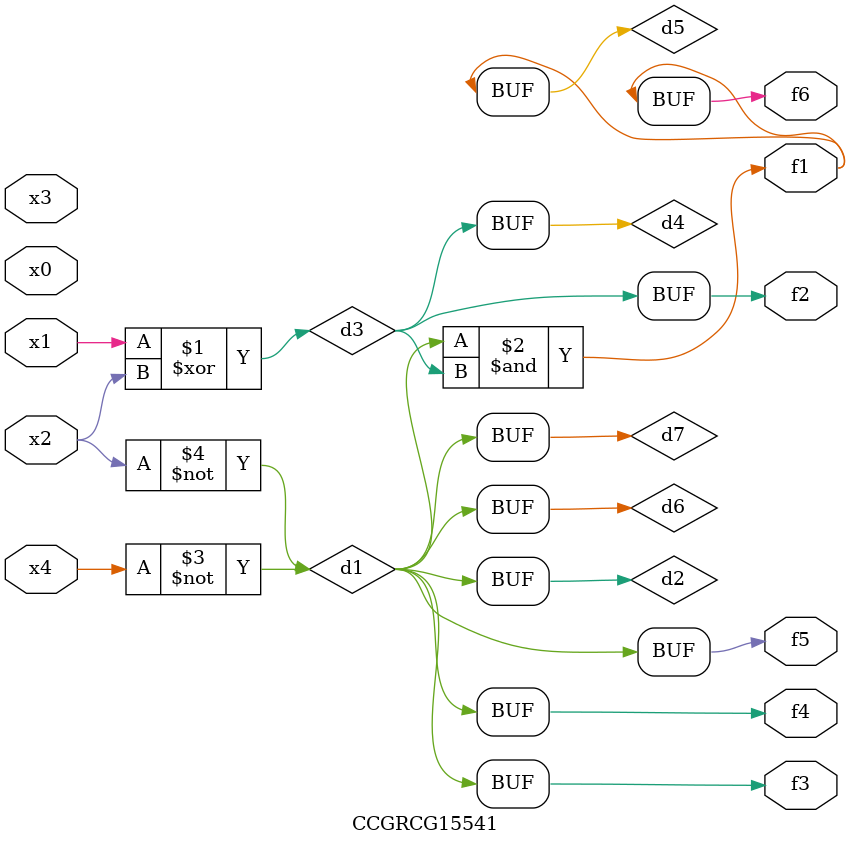
<source format=v>
module CCGRCG15541(
	input x0, x1, x2, x3, x4,
	output f1, f2, f3, f4, f5, f6
);

	wire d1, d2, d3, d4, d5, d6, d7;

	not (d1, x4);
	not (d2, x2);
	xor (d3, x1, x2);
	buf (d4, d3);
	and (d5, d1, d3);
	buf (d6, d1, d2);
	buf (d7, d2);
	assign f1 = d5;
	assign f2 = d4;
	assign f3 = d7;
	assign f4 = d7;
	assign f5 = d7;
	assign f6 = d5;
endmodule

</source>
